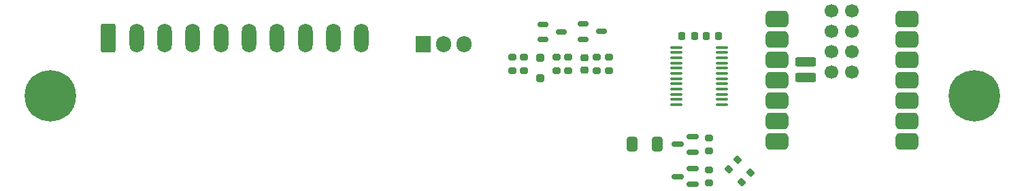
<source format=gbr>
%TF.GenerationSoftware,KiCad,Pcbnew,8.0.3*%
%TF.CreationDate,2025-03-09T15:38:32-04:00*%
%TF.ProjectId,200280rB,32303032-3830-4724-922e-6b696361645f,rev?*%
%TF.SameCoordinates,PX3473bc0PY5f5e100*%
%TF.FileFunction,Soldermask,Top*%
%TF.FilePolarity,Negative*%
%FSLAX46Y46*%
G04 Gerber Fmt 4.6, Leading zero omitted, Abs format (unit mm)*
G04 Created by KiCad (PCBNEW 8.0.3) date 2025-03-09 15:38:32*
%MOMM*%
%LPD*%
G01*
G04 APERTURE LIST*
G04 Aperture macros list*
%AMRoundRect*
0 Rectangle with rounded corners*
0 $1 Rounding radius*
0 $2 $3 $4 $5 $6 $7 $8 $9 X,Y pos of 4 corners*
0 Add a 4 corners polygon primitive as box body*
4,1,4,$2,$3,$4,$5,$6,$7,$8,$9,$2,$3,0*
0 Add four circle primitives for the rounded corners*
1,1,$1+$1,$2,$3*
1,1,$1+$1,$4,$5*
1,1,$1+$1,$6,$7*
1,1,$1+$1,$8,$9*
0 Add four rect primitives between the rounded corners*
20,1,$1+$1,$2,$3,$4,$5,0*
20,1,$1+$1,$4,$5,$6,$7,0*
20,1,$1+$1,$6,$7,$8,$9,0*
20,1,$1+$1,$8,$9,$2,$3,0*%
G04 Aperture macros list end*
%ADD10RoundRect,0.200000X-0.275000X0.200000X-0.275000X-0.200000X0.275000X-0.200000X0.275000X0.200000X0*%
%ADD11RoundRect,0.200000X0.275000X-0.200000X0.275000X0.200000X-0.275000X0.200000X-0.275000X-0.200000X0*%
%ADD12RoundRect,0.150000X-0.512500X-0.150000X0.512500X-0.150000X0.512500X0.150000X-0.512500X0.150000X0*%
%ADD13RoundRect,0.250000X-0.250000X0.250000X-0.250000X-0.250000X0.250000X-0.250000X0.250000X0.250000X0*%
%ADD14RoundRect,0.225000X-0.250000X0.225000X-0.250000X-0.225000X0.250000X-0.225000X0.250000X0.225000X0*%
%ADD15RoundRect,0.250000X-0.650000X-1.550000X0.650000X-1.550000X0.650000X1.550000X-0.650000X1.550000X0*%
%ADD16O,1.800000X3.600000*%
%ADD17RoundRect,0.100000X-0.637500X-0.100000X0.637500X-0.100000X0.637500X0.100000X-0.637500X0.100000X0*%
%ADD18RoundRect,0.200000X-0.053033X0.335876X-0.335876X0.053033X0.053033X-0.335876X0.335876X-0.053033X0*%
%ADD19RoundRect,0.225000X0.225000X0.250000X-0.225000X0.250000X-0.225000X-0.250000X0.225000X-0.250000X0*%
%ADD20C,6.400000*%
%ADD21RoundRect,0.525400X-0.900400X-0.525400X0.900400X-0.525400X0.900400X0.525400X-0.900400X0.525400X0*%
%ADD22RoundRect,0.300400X1.000400X0.300400X-1.000400X0.300400X-1.000400X-0.300400X1.000400X-0.300400X0*%
%ADD23C,1.700000*%
%ADD24RoundRect,0.150000X0.587500X0.150000X-0.587500X0.150000X-0.587500X-0.150000X0.587500X-0.150000X0*%
%ADD25R,1.905000X2.000000*%
%ADD26O,1.905000X2.000000*%
%ADD27RoundRect,0.250000X0.412500X0.650000X-0.412500X0.650000X-0.412500X-0.650000X0.412500X-0.650000X0*%
G04 APERTURE END LIST*
D10*
%TO.C,R6*%
X74500000Y17325000D03*
X74500000Y15675000D03*
%TD*%
D11*
%TO.C,R5*%
X73000000Y15675000D03*
X73000000Y17325000D03*
%TD*%
D10*
%TO.C,R3*%
X68000000Y17325000D03*
X68000000Y15675000D03*
%TD*%
D11*
%TO.C,R4*%
X69500000Y15675000D03*
X69500000Y17325000D03*
%TD*%
%TO.C,R2*%
X64000000Y15675000D03*
X64000000Y17325000D03*
%TD*%
D10*
%TO.C,R1*%
X62500000Y17325000D03*
X62500000Y15675000D03*
%TD*%
D12*
%TO.C,Q2*%
X71362500Y21500000D03*
X71362500Y19600000D03*
X73637500Y20550000D03*
%TD*%
%TO.C,Q1*%
X66362500Y21450000D03*
X66362500Y19550000D03*
X68637500Y20500000D03*
%TD*%
D13*
%TO.C,D1*%
X66000000Y17250000D03*
X66000000Y14750000D03*
%TD*%
D14*
%TO.C,C3*%
X71500000Y15725000D03*
X71500000Y17275000D03*
%TD*%
D15*
%TO.C,J1*%
X12250000Y19750000D03*
D16*
X15750000Y19750000D03*
X19250000Y19750000D03*
X22750000Y19750000D03*
X26250000Y19750000D03*
X29750000Y19750000D03*
X33250000Y19750000D03*
X36750000Y19750000D03*
X40250000Y19750000D03*
X43750000Y19750000D03*
%TD*%
D17*
%TO.C,U2*%
X82912500Y18575000D03*
X82912500Y17925000D03*
X82912500Y17275000D03*
X82912500Y16625000D03*
X82912500Y15975000D03*
X82912500Y15325000D03*
X82912500Y14675000D03*
X82912500Y14025000D03*
X82912500Y13375000D03*
X82912500Y12725000D03*
X82912500Y12075000D03*
X82912500Y11425000D03*
X88637500Y11425000D03*
X88637500Y12075000D03*
X88637500Y12725000D03*
X88637500Y13375000D03*
X88637500Y14025000D03*
X88637500Y14675000D03*
X88637500Y15325000D03*
X88637500Y15975000D03*
X88637500Y16625000D03*
X88637500Y17275000D03*
X88637500Y17925000D03*
X88637500Y18575000D03*
%TD*%
D18*
%TO.C,R8*%
X90583363Y4583363D03*
X89416637Y3416637D03*
%TD*%
D19*
%TO.C,C2*%
X88175000Y20000000D03*
X86625000Y20000000D03*
%TD*%
D20*
%TO.C,H1*%
X5000000Y12500000D03*
%TD*%
D21*
%TO.C,U3*%
X95438636Y22073000D03*
X95438636Y19533000D03*
X95438636Y16993000D03*
X95438636Y14453000D03*
X95438636Y11913000D03*
X95438636Y9373000D03*
X95438636Y6833000D03*
X111603636Y6833000D03*
X111603636Y9373000D03*
X111603636Y11913000D03*
X111603636Y14453000D03*
X111603636Y16993000D03*
X111603636Y19533000D03*
X111603636Y22073000D03*
D22*
X99048636Y14835000D03*
X99048636Y16740000D03*
D23*
X102223636Y23085000D03*
X104763636Y23085000D03*
X102223636Y20545000D03*
X104763636Y20545000D03*
X102223636Y18005000D03*
X104763636Y18005000D03*
X102223636Y15465000D03*
X104763636Y15465000D03*
%TD*%
D24*
%TO.C,Q4*%
X84937500Y1550000D03*
X84937500Y3450000D03*
X83062500Y2500000D03*
%TD*%
D19*
%TO.C,C1*%
X85175000Y20000000D03*
X83625000Y20000000D03*
%TD*%
D25*
%TO.C,U1*%
X51460000Y19000000D03*
D26*
X54000000Y19000000D03*
X56540000Y19000000D03*
%TD*%
D10*
%TO.C,R7*%
X87000000Y7325000D03*
X87000000Y5675000D03*
%TD*%
D27*
%TO.C,C4*%
X80562500Y6500000D03*
X77437500Y6500000D03*
%TD*%
D20*
%TO.C,H2*%
X120000000Y12500000D03*
%TD*%
D24*
%TO.C,Q3*%
X84937500Y5550000D03*
X84937500Y7450000D03*
X83062500Y6500000D03*
%TD*%
D18*
%TO.C,R10*%
X92183363Y2983363D03*
X91016637Y1816637D03*
%TD*%
D10*
%TO.C,R9*%
X87000000Y3325000D03*
X87000000Y1675000D03*
%TD*%
M02*

</source>
